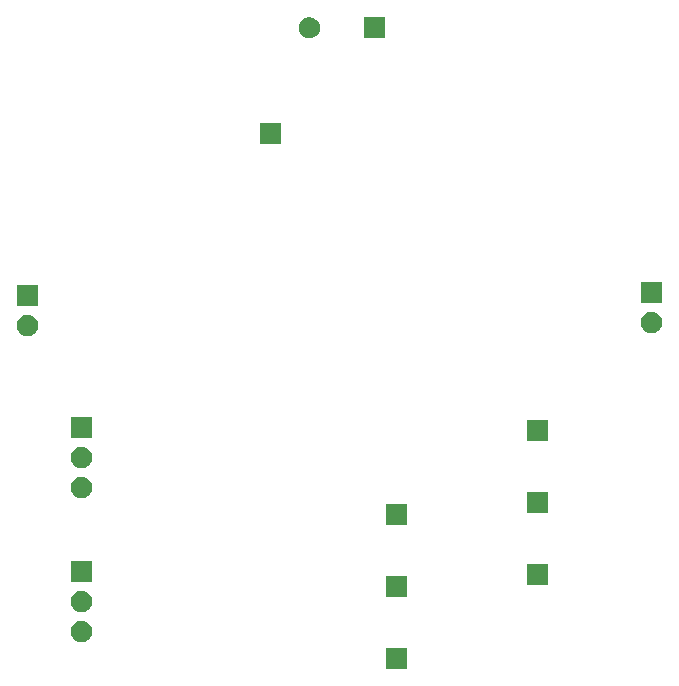
<source format=gbr>
G04 #@! TF.GenerationSoftware,KiCad,Pcbnew,(5.1.5)-3*
G04 #@! TF.CreationDate,2020-01-20T14:19:25+01:00*
G04 #@! TF.ProjectId,bq25570,62713235-3537-4302-9e6b-696361645f70,rev?*
G04 #@! TF.SameCoordinates,Original*
G04 #@! TF.FileFunction,Soldermask,Bot*
G04 #@! TF.FilePolarity,Negative*
%FSLAX46Y46*%
G04 Gerber Fmt 4.6, Leading zero omitted, Abs format (unit mm)*
G04 Created by KiCad (PCBNEW (5.1.5)-3) date 2020-01-20 14:19:25*
%MOMM*%
%LPD*%
G04 APERTURE LIST*
%ADD10C,0.100000*%
G04 APERTURE END LIST*
D10*
G36*
X122059000Y-101231000D02*
G01*
X120257000Y-101231000D01*
X120257000Y-99429000D01*
X122059000Y-99429000D01*
X122059000Y-101231000D01*
G37*
G36*
X94601512Y-97147927D02*
G01*
X94750812Y-97177624D01*
X94914784Y-97245544D01*
X95062354Y-97344147D01*
X95187853Y-97469646D01*
X95286456Y-97617216D01*
X95354376Y-97781188D01*
X95389000Y-97955259D01*
X95389000Y-98132741D01*
X95354376Y-98306812D01*
X95286456Y-98470784D01*
X95187853Y-98618354D01*
X95062354Y-98743853D01*
X94914784Y-98842456D01*
X94750812Y-98910376D01*
X94601512Y-98940073D01*
X94576742Y-98945000D01*
X94399258Y-98945000D01*
X94374488Y-98940073D01*
X94225188Y-98910376D01*
X94061216Y-98842456D01*
X93913646Y-98743853D01*
X93788147Y-98618354D01*
X93689544Y-98470784D01*
X93621624Y-98306812D01*
X93587000Y-98132741D01*
X93587000Y-97955259D01*
X93621624Y-97781188D01*
X93689544Y-97617216D01*
X93788147Y-97469646D01*
X93913646Y-97344147D01*
X94061216Y-97245544D01*
X94225188Y-97177624D01*
X94374488Y-97147927D01*
X94399258Y-97143000D01*
X94576742Y-97143000D01*
X94601512Y-97147927D01*
G37*
G36*
X94601512Y-94607927D02*
G01*
X94750812Y-94637624D01*
X94914784Y-94705544D01*
X95062354Y-94804147D01*
X95187853Y-94929646D01*
X95286456Y-95077216D01*
X95354376Y-95241188D01*
X95389000Y-95415259D01*
X95389000Y-95592741D01*
X95354376Y-95766812D01*
X95286456Y-95930784D01*
X95187853Y-96078354D01*
X95062354Y-96203853D01*
X94914784Y-96302456D01*
X94750812Y-96370376D01*
X94601512Y-96400073D01*
X94576742Y-96405000D01*
X94399258Y-96405000D01*
X94374488Y-96400073D01*
X94225188Y-96370376D01*
X94061216Y-96302456D01*
X93913646Y-96203853D01*
X93788147Y-96078354D01*
X93689544Y-95930784D01*
X93621624Y-95766812D01*
X93587000Y-95592741D01*
X93587000Y-95415259D01*
X93621624Y-95241188D01*
X93689544Y-95077216D01*
X93788147Y-94929646D01*
X93913646Y-94804147D01*
X94061216Y-94705544D01*
X94225188Y-94637624D01*
X94374488Y-94607927D01*
X94399258Y-94603000D01*
X94576742Y-94603000D01*
X94601512Y-94607927D01*
G37*
G36*
X122059000Y-95135000D02*
G01*
X120257000Y-95135000D01*
X120257000Y-93333000D01*
X122059000Y-93333000D01*
X122059000Y-95135000D01*
G37*
G36*
X133997000Y-94119000D02*
G01*
X132195000Y-94119000D01*
X132195000Y-92317000D01*
X133997000Y-92317000D01*
X133997000Y-94119000D01*
G37*
G36*
X95389000Y-93865000D02*
G01*
X93587000Y-93865000D01*
X93587000Y-92063000D01*
X95389000Y-92063000D01*
X95389000Y-93865000D01*
G37*
G36*
X122059000Y-89039000D02*
G01*
X120257000Y-89039000D01*
X120257000Y-87237000D01*
X122059000Y-87237000D01*
X122059000Y-89039000D01*
G37*
G36*
X133997000Y-88023000D02*
G01*
X132195000Y-88023000D01*
X132195000Y-86221000D01*
X133997000Y-86221000D01*
X133997000Y-88023000D01*
G37*
G36*
X94601512Y-84955927D02*
G01*
X94750812Y-84985624D01*
X94914784Y-85053544D01*
X95062354Y-85152147D01*
X95187853Y-85277646D01*
X95286456Y-85425216D01*
X95354376Y-85589188D01*
X95389000Y-85763259D01*
X95389000Y-85940741D01*
X95354376Y-86114812D01*
X95286456Y-86278784D01*
X95187853Y-86426354D01*
X95062354Y-86551853D01*
X94914784Y-86650456D01*
X94750812Y-86718376D01*
X94601512Y-86748073D01*
X94576742Y-86753000D01*
X94399258Y-86753000D01*
X94374488Y-86748073D01*
X94225188Y-86718376D01*
X94061216Y-86650456D01*
X93913646Y-86551853D01*
X93788147Y-86426354D01*
X93689544Y-86278784D01*
X93621624Y-86114812D01*
X93587000Y-85940741D01*
X93587000Y-85763259D01*
X93621624Y-85589188D01*
X93689544Y-85425216D01*
X93788147Y-85277646D01*
X93913646Y-85152147D01*
X94061216Y-85053544D01*
X94225188Y-84985624D01*
X94374488Y-84955927D01*
X94399258Y-84951000D01*
X94576742Y-84951000D01*
X94601512Y-84955927D01*
G37*
G36*
X94601512Y-82415927D02*
G01*
X94750812Y-82445624D01*
X94914784Y-82513544D01*
X95062354Y-82612147D01*
X95187853Y-82737646D01*
X95286456Y-82885216D01*
X95354376Y-83049188D01*
X95389000Y-83223259D01*
X95389000Y-83400741D01*
X95354376Y-83574812D01*
X95286456Y-83738784D01*
X95187853Y-83886354D01*
X95062354Y-84011853D01*
X94914784Y-84110456D01*
X94750812Y-84178376D01*
X94601512Y-84208073D01*
X94576742Y-84213000D01*
X94399258Y-84213000D01*
X94374488Y-84208073D01*
X94225188Y-84178376D01*
X94061216Y-84110456D01*
X93913646Y-84011853D01*
X93788147Y-83886354D01*
X93689544Y-83738784D01*
X93621624Y-83574812D01*
X93587000Y-83400741D01*
X93587000Y-83223259D01*
X93621624Y-83049188D01*
X93689544Y-82885216D01*
X93788147Y-82737646D01*
X93913646Y-82612147D01*
X94061216Y-82513544D01*
X94225188Y-82445624D01*
X94374488Y-82415927D01*
X94399258Y-82411000D01*
X94576742Y-82411000D01*
X94601512Y-82415927D01*
G37*
G36*
X133997000Y-81927000D02*
G01*
X132195000Y-81927000D01*
X132195000Y-80125000D01*
X133997000Y-80125000D01*
X133997000Y-81927000D01*
G37*
G36*
X95389000Y-81673000D02*
G01*
X93587000Y-81673000D01*
X93587000Y-79871000D01*
X95389000Y-79871000D01*
X95389000Y-81673000D01*
G37*
G36*
X90029512Y-71239927D02*
G01*
X90178812Y-71269624D01*
X90342784Y-71337544D01*
X90490354Y-71436147D01*
X90615853Y-71561646D01*
X90714456Y-71709216D01*
X90782376Y-71873188D01*
X90817000Y-72047259D01*
X90817000Y-72224741D01*
X90782376Y-72398812D01*
X90714456Y-72562784D01*
X90615853Y-72710354D01*
X90490354Y-72835853D01*
X90342784Y-72934456D01*
X90178812Y-73002376D01*
X90029512Y-73032073D01*
X90004742Y-73037000D01*
X89827258Y-73037000D01*
X89802488Y-73032073D01*
X89653188Y-73002376D01*
X89489216Y-72934456D01*
X89341646Y-72835853D01*
X89216147Y-72710354D01*
X89117544Y-72562784D01*
X89049624Y-72398812D01*
X89015000Y-72224741D01*
X89015000Y-72047259D01*
X89049624Y-71873188D01*
X89117544Y-71709216D01*
X89216147Y-71561646D01*
X89341646Y-71436147D01*
X89489216Y-71337544D01*
X89653188Y-71269624D01*
X89802488Y-71239927D01*
X89827258Y-71235000D01*
X90004742Y-71235000D01*
X90029512Y-71239927D01*
G37*
G36*
X142861512Y-70985927D02*
G01*
X143010812Y-71015624D01*
X143174784Y-71083544D01*
X143322354Y-71182147D01*
X143447853Y-71307646D01*
X143546456Y-71455216D01*
X143614376Y-71619188D01*
X143649000Y-71793259D01*
X143649000Y-71970741D01*
X143614376Y-72144812D01*
X143546456Y-72308784D01*
X143447853Y-72456354D01*
X143322354Y-72581853D01*
X143174784Y-72680456D01*
X143010812Y-72748376D01*
X142861512Y-72778073D01*
X142836742Y-72783000D01*
X142659258Y-72783000D01*
X142634488Y-72778073D01*
X142485188Y-72748376D01*
X142321216Y-72680456D01*
X142173646Y-72581853D01*
X142048147Y-72456354D01*
X141949544Y-72308784D01*
X141881624Y-72144812D01*
X141847000Y-71970741D01*
X141847000Y-71793259D01*
X141881624Y-71619188D01*
X141949544Y-71455216D01*
X142048147Y-71307646D01*
X142173646Y-71182147D01*
X142321216Y-71083544D01*
X142485188Y-71015624D01*
X142634488Y-70985927D01*
X142659258Y-70981000D01*
X142836742Y-70981000D01*
X142861512Y-70985927D01*
G37*
G36*
X90817000Y-70497000D02*
G01*
X89015000Y-70497000D01*
X89015000Y-68695000D01*
X90817000Y-68695000D01*
X90817000Y-70497000D01*
G37*
G36*
X143649000Y-70243000D02*
G01*
X141847000Y-70243000D01*
X141847000Y-68441000D01*
X143649000Y-68441000D01*
X143649000Y-70243000D01*
G37*
G36*
X111391000Y-56781000D02*
G01*
X109589000Y-56781000D01*
X109589000Y-54979000D01*
X111391000Y-54979000D01*
X111391000Y-56781000D01*
G37*
G36*
X113898712Y-46043127D02*
G01*
X114048012Y-46072824D01*
X114211984Y-46140744D01*
X114359554Y-46239347D01*
X114485053Y-46364846D01*
X114583656Y-46512416D01*
X114651576Y-46676388D01*
X114686200Y-46850459D01*
X114686200Y-47027941D01*
X114651576Y-47202012D01*
X114583656Y-47365984D01*
X114485053Y-47513554D01*
X114359554Y-47639053D01*
X114211984Y-47737656D01*
X114048012Y-47805576D01*
X113898712Y-47835273D01*
X113873942Y-47840200D01*
X113696458Y-47840200D01*
X113671688Y-47835273D01*
X113522388Y-47805576D01*
X113358416Y-47737656D01*
X113210846Y-47639053D01*
X113085347Y-47513554D01*
X112986744Y-47365984D01*
X112918824Y-47202012D01*
X112884200Y-47027941D01*
X112884200Y-46850459D01*
X112918824Y-46676388D01*
X112986744Y-46512416D01*
X113085347Y-46364846D01*
X113210846Y-46239347D01*
X113358416Y-46140744D01*
X113522388Y-46072824D01*
X113671688Y-46043127D01*
X113696458Y-46038200D01*
X113873942Y-46038200D01*
X113898712Y-46043127D01*
G37*
G36*
X120186200Y-47840200D02*
G01*
X118384200Y-47840200D01*
X118384200Y-46038200D01*
X120186200Y-46038200D01*
X120186200Y-47840200D01*
G37*
M02*

</source>
